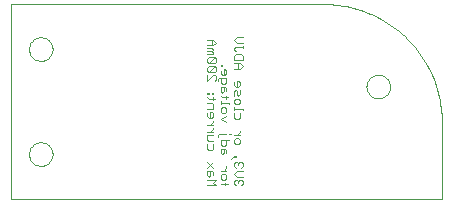
<source format=gbo>
G75*
%MOIN*%
%OFA0B0*%
%FSLAX24Y24*%
%IPPOS*%
%LPD*%
%AMOC8*
5,1,8,0,0,1.08239X$1,22.5*
%
%ADD10C,0.0000*%
%ADD11C,0.0030*%
D10*
X000680Y001000D02*
X000680Y007496D01*
X011113Y007496D01*
X012536Y004750D02*
X012538Y004789D01*
X012544Y004828D01*
X012554Y004866D01*
X012567Y004903D01*
X012584Y004938D01*
X012604Y004972D01*
X012628Y005003D01*
X012655Y005032D01*
X012684Y005058D01*
X012716Y005081D01*
X012750Y005101D01*
X012786Y005117D01*
X012823Y005129D01*
X012862Y005138D01*
X012901Y005143D01*
X012940Y005144D01*
X012979Y005141D01*
X013018Y005134D01*
X013055Y005123D01*
X013092Y005109D01*
X013127Y005091D01*
X013160Y005070D01*
X013191Y005045D01*
X013219Y005018D01*
X013244Y004988D01*
X013266Y004955D01*
X013285Y004921D01*
X013300Y004885D01*
X013312Y004847D01*
X013320Y004809D01*
X013324Y004770D01*
X013324Y004730D01*
X013320Y004691D01*
X013312Y004653D01*
X013300Y004615D01*
X013285Y004579D01*
X013266Y004545D01*
X013244Y004512D01*
X013219Y004482D01*
X013191Y004455D01*
X013160Y004430D01*
X013127Y004409D01*
X013092Y004391D01*
X013055Y004377D01*
X013018Y004366D01*
X012979Y004359D01*
X012940Y004356D01*
X012901Y004357D01*
X012862Y004362D01*
X012823Y004371D01*
X012786Y004383D01*
X012750Y004399D01*
X012716Y004419D01*
X012684Y004442D01*
X012655Y004468D01*
X012628Y004497D01*
X012604Y004528D01*
X012584Y004562D01*
X012567Y004597D01*
X012554Y004634D01*
X012544Y004672D01*
X012538Y004711D01*
X012536Y004750D01*
X015050Y003559D02*
X015048Y003683D01*
X015042Y003806D01*
X015033Y003930D01*
X015019Y004052D01*
X015002Y004175D01*
X014980Y004297D01*
X014955Y004418D01*
X014926Y004538D01*
X014894Y004657D01*
X014857Y004776D01*
X014817Y004893D01*
X014774Y005008D01*
X014726Y005123D01*
X014675Y005235D01*
X014621Y005346D01*
X014563Y005456D01*
X014502Y005563D01*
X014437Y005669D01*
X014369Y005772D01*
X014298Y005873D01*
X014224Y005972D01*
X014147Y006069D01*
X014066Y006163D01*
X013983Y006254D01*
X013897Y006343D01*
X013808Y006429D01*
X013717Y006512D01*
X013623Y006593D01*
X013526Y006670D01*
X013427Y006744D01*
X013326Y006815D01*
X013223Y006883D01*
X013117Y006948D01*
X013010Y007009D01*
X012900Y007067D01*
X012789Y007121D01*
X012677Y007172D01*
X012562Y007220D01*
X012447Y007263D01*
X012330Y007303D01*
X012211Y007340D01*
X012092Y007372D01*
X011972Y007401D01*
X011851Y007426D01*
X011729Y007448D01*
X011606Y007465D01*
X011484Y007479D01*
X011360Y007488D01*
X011237Y007494D01*
X011113Y007496D01*
X015050Y003559D02*
X015050Y001000D01*
X000680Y001000D01*
X001286Y002500D02*
X001288Y002539D01*
X001294Y002578D01*
X001304Y002616D01*
X001317Y002653D01*
X001334Y002688D01*
X001354Y002722D01*
X001378Y002753D01*
X001405Y002782D01*
X001434Y002808D01*
X001466Y002831D01*
X001500Y002851D01*
X001536Y002867D01*
X001573Y002879D01*
X001612Y002888D01*
X001651Y002893D01*
X001690Y002894D01*
X001729Y002891D01*
X001768Y002884D01*
X001805Y002873D01*
X001842Y002859D01*
X001877Y002841D01*
X001910Y002820D01*
X001941Y002795D01*
X001969Y002768D01*
X001994Y002738D01*
X002016Y002705D01*
X002035Y002671D01*
X002050Y002635D01*
X002062Y002597D01*
X002070Y002559D01*
X002074Y002520D01*
X002074Y002480D01*
X002070Y002441D01*
X002062Y002403D01*
X002050Y002365D01*
X002035Y002329D01*
X002016Y002295D01*
X001994Y002262D01*
X001969Y002232D01*
X001941Y002205D01*
X001910Y002180D01*
X001877Y002159D01*
X001842Y002141D01*
X001805Y002127D01*
X001768Y002116D01*
X001729Y002109D01*
X001690Y002106D01*
X001651Y002107D01*
X001612Y002112D01*
X001573Y002121D01*
X001536Y002133D01*
X001500Y002149D01*
X001466Y002169D01*
X001434Y002192D01*
X001405Y002218D01*
X001378Y002247D01*
X001354Y002278D01*
X001334Y002312D01*
X001317Y002347D01*
X001304Y002384D01*
X001294Y002422D01*
X001288Y002461D01*
X001286Y002500D01*
X001286Y006000D02*
X001288Y006039D01*
X001294Y006078D01*
X001304Y006116D01*
X001317Y006153D01*
X001334Y006188D01*
X001354Y006222D01*
X001378Y006253D01*
X001405Y006282D01*
X001434Y006308D01*
X001466Y006331D01*
X001500Y006351D01*
X001536Y006367D01*
X001573Y006379D01*
X001612Y006388D01*
X001651Y006393D01*
X001690Y006394D01*
X001729Y006391D01*
X001768Y006384D01*
X001805Y006373D01*
X001842Y006359D01*
X001877Y006341D01*
X001910Y006320D01*
X001941Y006295D01*
X001969Y006268D01*
X001994Y006238D01*
X002016Y006205D01*
X002035Y006171D01*
X002050Y006135D01*
X002062Y006097D01*
X002070Y006059D01*
X002074Y006020D01*
X002074Y005980D01*
X002070Y005941D01*
X002062Y005903D01*
X002050Y005865D01*
X002035Y005829D01*
X002016Y005795D01*
X001994Y005762D01*
X001969Y005732D01*
X001941Y005705D01*
X001910Y005680D01*
X001877Y005659D01*
X001842Y005641D01*
X001805Y005627D01*
X001768Y005616D01*
X001729Y005609D01*
X001690Y005606D01*
X001651Y005607D01*
X001612Y005612D01*
X001573Y005621D01*
X001536Y005633D01*
X001500Y005649D01*
X001466Y005669D01*
X001434Y005692D01*
X001405Y005718D01*
X001378Y005747D01*
X001354Y005778D01*
X001334Y005812D01*
X001317Y005847D01*
X001304Y005884D01*
X001294Y005922D01*
X001288Y005961D01*
X001286Y006000D01*
D11*
X007229Y006021D02*
X007374Y006021D01*
X007422Y005973D01*
X007374Y005924D01*
X007229Y005924D01*
X007229Y005827D02*
X007422Y005827D01*
X007422Y005876D01*
X007374Y005924D01*
X007374Y006122D02*
X007374Y006316D01*
X007422Y006316D02*
X007229Y006316D01*
X007422Y006316D02*
X007519Y006219D01*
X007422Y006122D01*
X007229Y006122D01*
X007277Y005726D02*
X007229Y005678D01*
X007229Y005581D01*
X007277Y005533D01*
X007471Y005726D01*
X007277Y005726D01*
X007471Y005726D02*
X007519Y005678D01*
X007519Y005581D01*
X007471Y005533D01*
X007277Y005533D01*
X007277Y005432D02*
X007229Y005383D01*
X007229Y005287D01*
X007277Y005238D01*
X007471Y005432D01*
X007277Y005432D01*
X007277Y005238D02*
X007471Y005238D01*
X007519Y005287D01*
X007519Y005383D01*
X007471Y005432D01*
X007677Y005435D02*
X007677Y005483D01*
X007725Y005483D01*
X007725Y005435D01*
X007677Y005435D01*
X007774Y005333D02*
X007774Y005140D01*
X007822Y005140D02*
X007725Y005140D01*
X007677Y005188D01*
X007677Y005285D01*
X007774Y005333D02*
X007822Y005333D01*
X007870Y005285D01*
X007870Y005188D01*
X007822Y005140D01*
X007870Y005039D02*
X007870Y004894D01*
X007822Y004845D01*
X007725Y004845D01*
X007677Y004894D01*
X007677Y005039D01*
X007629Y005039D02*
X007870Y005039D01*
X007629Y005039D02*
X007580Y004990D01*
X007580Y004942D01*
X007519Y004992D02*
X007471Y004944D01*
X007519Y004992D02*
X007519Y005089D01*
X007471Y005137D01*
X007422Y005137D01*
X007229Y004944D01*
X007229Y005137D01*
X007677Y004744D02*
X007677Y004599D01*
X007725Y004551D01*
X007774Y004599D01*
X007774Y004744D01*
X007822Y004744D02*
X007677Y004744D01*
X007822Y004744D02*
X007870Y004696D01*
X007870Y004599D01*
X008125Y004598D02*
X008173Y004646D01*
X008222Y004598D01*
X008222Y004501D01*
X008270Y004452D01*
X008318Y004501D01*
X008318Y004646D01*
X008125Y004598D02*
X008125Y004452D01*
X008173Y004351D02*
X008270Y004351D01*
X008318Y004303D01*
X008318Y004206D01*
X008270Y004158D01*
X008173Y004158D01*
X008125Y004206D01*
X008125Y004303D01*
X008173Y004351D01*
X007967Y004206D02*
X007677Y004206D01*
X007677Y004158D02*
X007677Y004255D01*
X007725Y004403D02*
X007677Y004451D01*
X007725Y004403D02*
X007919Y004403D01*
X007870Y004451D02*
X007870Y004354D01*
X007967Y004206D02*
X007967Y004158D01*
X007822Y004057D02*
X007725Y004057D01*
X007677Y004008D01*
X007677Y003912D01*
X007725Y003863D01*
X007822Y003863D01*
X007870Y003912D01*
X007870Y004008D01*
X007822Y004057D01*
X008125Y004058D02*
X008125Y003961D01*
X008125Y004010D02*
X008415Y004010D01*
X008415Y003961D01*
X008318Y003860D02*
X008318Y003715D01*
X008270Y003667D01*
X008173Y003667D01*
X008125Y003715D01*
X008125Y003860D01*
X007870Y003762D02*
X007677Y003665D01*
X007870Y003568D01*
X007422Y003567D02*
X007326Y003470D01*
X007422Y003470D02*
X007229Y003470D01*
X007422Y003567D02*
X007422Y003615D01*
X007374Y003716D02*
X007277Y003716D01*
X007229Y003764D01*
X007229Y003861D01*
X007326Y003909D02*
X007326Y003716D01*
X007374Y003716D02*
X007422Y003764D01*
X007422Y003861D01*
X007374Y003909D01*
X007326Y003909D01*
X007422Y004010D02*
X007229Y004010D01*
X007422Y004010D02*
X007422Y004156D01*
X007374Y004204D01*
X007229Y004204D01*
X007422Y004305D02*
X007422Y004402D01*
X007471Y004353D02*
X007277Y004353D01*
X007229Y004402D01*
X007229Y004502D02*
X007277Y004502D01*
X007277Y004550D01*
X007229Y004550D01*
X007229Y004502D01*
X007374Y004502D02*
X007422Y004502D01*
X007422Y004550D01*
X007374Y004550D01*
X007374Y004502D01*
X008125Y004795D02*
X008125Y004892D01*
X008125Y004795D02*
X008173Y004747D01*
X008270Y004747D01*
X008318Y004795D01*
X008318Y004892D01*
X008270Y004941D01*
X008222Y004941D01*
X008222Y004747D01*
X008270Y005336D02*
X008270Y005530D01*
X008318Y005530D02*
X008125Y005530D01*
X008125Y005631D02*
X008125Y005776D01*
X008173Y005825D01*
X008367Y005825D01*
X008415Y005776D01*
X008415Y005631D01*
X008125Y005631D01*
X008318Y005530D02*
X008415Y005433D01*
X008318Y005336D01*
X008125Y005336D01*
X008173Y005926D02*
X008125Y005974D01*
X008125Y006022D01*
X008173Y006071D01*
X008415Y006071D01*
X008415Y006119D02*
X008415Y006022D01*
X008415Y006220D02*
X008222Y006220D01*
X008125Y006317D01*
X008222Y006414D01*
X008415Y006414D01*
X007422Y003370D02*
X007422Y003321D01*
X007326Y003225D01*
X007422Y003225D02*
X007229Y003225D01*
X007229Y003124D02*
X007422Y003124D01*
X007580Y003126D02*
X007580Y003077D01*
X007580Y003126D02*
X007629Y003174D01*
X007870Y003174D01*
X007967Y003174D02*
X008016Y003174D01*
X008125Y003127D02*
X008318Y003127D01*
X008222Y003127D02*
X008318Y003223D01*
X008318Y003272D01*
X008270Y003025D02*
X008318Y002977D01*
X008318Y002880D01*
X008270Y002832D01*
X008173Y002832D01*
X008125Y002880D01*
X008125Y002977D01*
X008173Y003025D01*
X008270Y003025D01*
X007967Y002976D02*
X007677Y002976D01*
X007677Y002831D01*
X007725Y002783D01*
X007822Y002783D01*
X007870Y002831D01*
X007870Y002976D01*
X007422Y002930D02*
X007277Y002930D01*
X007229Y002978D01*
X007229Y003124D01*
X007229Y002829D02*
X007229Y002684D01*
X007277Y002635D01*
X007374Y002635D01*
X007422Y002684D01*
X007422Y002829D01*
X007677Y002682D02*
X007677Y002536D01*
X007725Y002488D01*
X007774Y002536D01*
X007774Y002682D01*
X007822Y002682D02*
X007677Y002682D01*
X007822Y002682D02*
X007870Y002633D01*
X007870Y002536D01*
X008028Y002341D02*
X008125Y002438D01*
X008125Y002389D01*
X008173Y002389D01*
X008173Y002438D01*
X008125Y002438D01*
X008173Y002240D02*
X008125Y002191D01*
X008125Y002094D01*
X008173Y002046D01*
X008270Y002143D02*
X008270Y002191D01*
X008222Y002240D01*
X008173Y002240D01*
X008270Y002191D02*
X008318Y002240D01*
X008367Y002240D01*
X008415Y002191D01*
X008415Y002094D01*
X008367Y002046D01*
X008415Y001945D02*
X008222Y001945D01*
X008125Y001848D01*
X008222Y001751D01*
X008415Y001751D01*
X008367Y001650D02*
X008318Y001650D01*
X008270Y001602D01*
X008222Y001650D01*
X008173Y001650D01*
X008125Y001602D01*
X008125Y001505D01*
X008173Y001457D01*
X008270Y001554D02*
X008270Y001602D01*
X008367Y001650D02*
X008415Y001602D01*
X008415Y001505D01*
X008367Y001457D01*
X007967Y001554D02*
X007919Y001505D01*
X007677Y001505D01*
X007822Y001457D02*
X007822Y001554D01*
X007822Y001653D02*
X007725Y001653D01*
X007677Y001702D01*
X007677Y001798D01*
X007725Y001847D01*
X007822Y001847D01*
X007870Y001798D01*
X007870Y001702D01*
X007822Y001653D01*
X007519Y001650D02*
X007229Y001650D01*
X007277Y001751D02*
X007326Y001800D01*
X007326Y001945D01*
X007374Y001945D02*
X007229Y001945D01*
X007229Y001800D01*
X007277Y001751D01*
X007422Y001800D02*
X007422Y001897D01*
X007374Y001945D01*
X007422Y002046D02*
X007229Y002240D01*
X007422Y002240D02*
X007229Y002046D01*
X007677Y001948D02*
X007870Y001948D01*
X007774Y001948D02*
X007870Y002045D01*
X007870Y002093D01*
X007519Y001650D02*
X007422Y001554D01*
X007519Y001457D01*
X007229Y001457D01*
M02*

</source>
